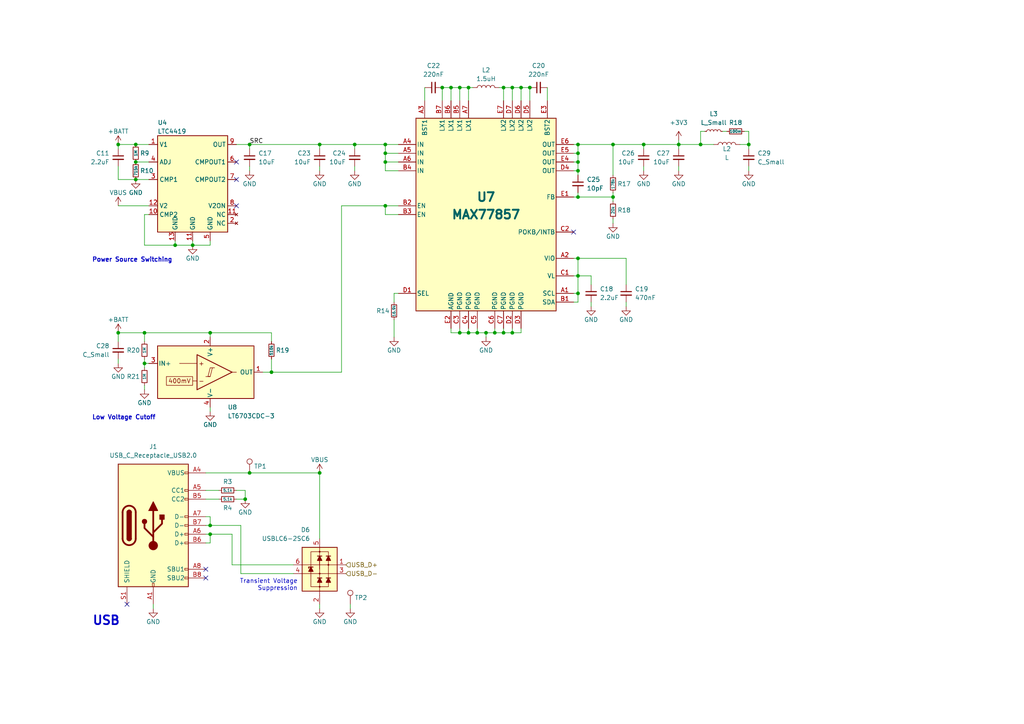
<source format=kicad_sch>
(kicad_sch (version 20230121) (generator eeschema)
  (paper "A4")
  (title_block (title "Terminator Power System") (date "2023-08-02") (rev "T100") (company "BPP"))
  (lib_symbols
    (symbol "Connector:TestPoint" (pin_numbers hide) (pin_names (offset 0.762) hide)
      (property "Reference" "TP" (at 0 6.858 0))
      (property "Value" "TestPoint" (at 0 5.08 0))
      (symbol "TestPoint_0_1"
        (circle (center 0 3.302) (radius 0.762))
      )
      (symbol "TestPoint_1_1"
        (pin passive line (at 0 0 90) (length 2.54) (name "1") (number "1"))
      )
    )
    (symbol "Connector:USB_C_Receptacle_USB2.0" (pin_names (offset 1.016))
      (property "Reference" "J" (at -10.16 19.05 0))
      (property "Value" "USB_C_Receptacle_USB2.0" (at 19.05 19.05 0))
      (symbol "USB_C_Receptacle_USB2.0_0_0"
        (rectangle (start -0.254 -17.78) (end 0.254 -16.764))
        (rectangle (start 10.16 -14.986) (end 9.144 -15.494))
        (rectangle (start 10.16 -12.446) (end 9.144 -12.954))
        (rectangle (start 10.16 -4.826) (end 9.144 -5.334))
        (rectangle (start 10.16 -2.286) (end 9.144 -2.794))
        (rectangle (start 10.16 0.254) (end 9.144 -0.254))
        (rectangle (start 10.16 2.794) (end 9.144 2.286))
        (rectangle (start 10.16 7.874) (end 9.144 7.366))
        (rectangle (start 10.16 10.414) (end 9.144 9.906))
        (rectangle (start 10.16 15.494) (end 9.144 14.986))
      )
      (symbol "USB_C_Receptacle_USB2.0_0_1"
        (rectangle (start -10.16 17.78) (end 10.16 -17.78) (stroke (width 0.254)) (fill (type background)))
        (arc (start -8.89 -3.81) (mid -6.985 -5.7067) (end -5.08 -3.81) (stroke (width 0.508)))
        (arc (start -7.62 -3.81) (mid -6.985 -4.4423) (end -6.35 -3.81) (stroke (width 0.254)))
        (arc (start -7.62 -3.81) (mid -6.985 -4.4423) (end -6.35 -3.81) (stroke (width 0.254)) (fill (type outline)))
        (rectangle (start -7.62 -3.81) (end -6.35 3.81) (stroke (width 0.254)) (fill (type outline)))
        (arc (start -6.35 3.81) (mid -6.985 4.4423) (end -7.62 3.81) (stroke (width 0.254)))
        (arc (start -6.35 3.81) (mid -6.985 4.4423) (end -7.62 3.81) (stroke (width 0.254)) (fill (type outline)))
        (arc (start -5.08 3.81) (mid -6.985 5.7067) (end -8.89 3.81) (stroke (width 0.508)))
        (circle (center -2.54 1.143) (radius 0.635) (stroke (width 0.254)) (fill (type outline)))
        (circle (center 0 -5.842) (radius 1.27) (fill (type outline)))
        (polyline (pts (xy -8.89 -3.81) (xy -8.89 3.81)) (stroke (width 0.508)))
        (polyline (pts (xy -5.08 3.81) (xy -5.08 -3.81)) (stroke (width 0.508)))
        (polyline (pts (xy 0 -5.842) (xy 0 4.318)) (stroke (width 0.508)))
        (polyline (pts (xy 0 -3.302) (xy -2.54 -0.762) (xy -2.54 0.508)) (stroke (width 0.508)))
        (polyline (pts (xy 0 -2.032) (xy 2.54 0.508) (xy 2.54 1.778)) (stroke (width 0.508)))
        (polyline (pts (xy -1.27 4.318) (xy 0 6.858) (xy 1.27 4.318) (xy -1.27 4.318)) (stroke (width 0.254)) (fill (type outline)))
        (rectangle (start 1.905 1.778) (end 3.175 3.048) (stroke (width 0.254)) (fill (type outline)))
      )
      (symbol "USB_C_Receptacle_USB2.0_1_1"
        (pin passive line (at 0 -22.86 90) (length 5.08) (name "GND") (number "A1"))
        (pin passive line (at 0 -22.86 90) (length 5.08) hide (name "GND") (number "A12"))
        (pin passive line (at 15.24 15.24 180) (length 5.08) (name "VBUS") (number "A4"))
        (pin bidirectional line (at 15.24 10.16 180) (length 5.08) (name "CC1") (number "A5"))
        (pin bidirectional line (at 15.24 -2.54 180) (length 5.08) (name "D+") (number "A6"))
        (pin bidirectional line (at 15.24 2.54 180) (length 5.08) (name "D-") (number "A7"))
        (pin bidirectional line (at 15.24 -12.7 180) (length 5.08) (name "SBU1") (number "A8"))
        (pin passive line (at 15.24 15.24 180) (length 5.08) hide (name "VBUS") (number "A9"))
        (pin passive line (at 0 -22.86 90) (length 5.08) hide (name "GND") (number "B1"))
        (pin passive line (at 0 -22.86 90) (length 5.08) hide (name "GND") (number "B12"))
        (pin passive line (at 15.24 15.24 180) (length 5.08) hide (name "VBUS") (number "B4"))
        (pin bidirectional line (at 15.24 7.62 180) (length 5.08) (name "CC2") (number "B5"))
        (pin bidirectional line (at 15.24 -5.08 180) (length 5.08) (name "D+") (number "B6"))
        (pin bidirectional line (at 15.24 0 180) (length 5.08) (name "D-") (number "B7"))
        (pin bidirectional line (at 15.24 -15.24 180) (length 5.08) (name "SBU2") (number "B8"))
        (pin passive line (at 15.24 15.24 180) (length 5.08) hide (name "VBUS") (number "B9"))
        (pin passive line (at -7.62 -22.86 90) (length 5.08) (name "SHIELD") (number "S1"))
      )
    )
    (symbol "Device:C_Small" (pin_numbers hide) (pin_names (offset 0.254) hide)
      (property "Reference" "C" (at 0.254 1.778 0))
      (property "Value" "C_Small" (at 0.254 -2.032 0))
      (symbol "C_Small_0_1"
        (polyline (pts (xy -1.524 -0.508) (xy 1.524 -0.508)) (stroke (width 0.3302)))
        (polyline (pts (xy -1.524 0.508) (xy 1.524 0.508)) (stroke (width 0.3048)))
      )
      (symbol "C_Small_1_1"
        (pin passive line (at 0 2.54 270) (length 2.032) (name "~") (number "1"))
        (pin passive line (at 0 -2.54 90) (length 2.032) (name "~") (number "2"))
      )
    )
    (symbol "Device:L" (pin_numbers hide) (pin_names (offset 1.016) hide)
      (property "Reference" "L" (at -1.27 0 90))
      (property "Value" "L" (at 1.905 0 90))
      (symbol "L_0_1"
        (arc (start 0 -2.54) (mid 0.6323 -1.905) (end 0 -1.27))
        (arc (start 0 -1.27) (mid 0.6323 -0.635) (end 0 0))
        (arc (start 0 0) (mid 0.6323 0.635) (end 0 1.27))
        (arc (start 0 1.27) (mid 0.6323 1.905) (end 0 2.54))
      )
      (symbol "L_1_1"
        (pin passive line (at 0 3.81 270) (length 1.27) (name "1") (number "1"))
        (pin passive line (at 0 -3.81 90) (length 1.27) (name "2") (number "2"))
      )
    )
    (symbol "Device:L_Small" (pin_numbers hide) (pin_names (offset 0.254) hide)
      (property "Reference" "L" (at 0.762 1.016 0))
      (property "Value" "L_Small" (at 0.762 -1.016 0))
      (symbol "L_Small_0_1"
        (arc (start 0 -2.032) (mid 0.5058 -1.524) (end 0 -1.016))
        (arc (start 0 -1.016) (mid 0.5058 -0.508) (end 0 0))
        (arc (start 0 0) (mid 0.5058 0.508) (end 0 1.016))
        (arc (start 0 1.016) (mid 0.5058 1.524) (end 0 2.032))
      )
      (symbol "L_Small_1_1"
        (pin passive line (at 0 2.54 270) (length 0.508) (name "~") (number "1"))
        (pin passive line (at 0 -2.54 90) (length 0.508) (name "~") (number "2"))
      )
    )
    (symbol "Device:R_Small" (pin_numbers hide) (pin_names (offset 0.254) hide)
      (property "Reference" "R" (at 0.762 0.508 0))
      (property "Value" "R_Small" (at 0.762 -1.016 0))
      (symbol "R_Small_0_1"
        (rectangle (start -0.762 1.778) (end 0.762 -1.778) (stroke (width 0.2032)))
      )
      (symbol "R_Small_1_1"
        (pin passive line (at 0 2.54 270) (length 0.762) (name "~") (number "1"))
        (pin passive line (at 0 -2.54 90) (length 0.762) (name "~") (number "2"))
      )
    )
    (symbol "Diode_TVS_AKL:USBLC6-2SC6" (pin_names (offset 1.016) hide)
      (property "Reference" "D" (at 6.35 6.35 0))
      (property "Value" "USBLC6-2SC6" (at 6.35 3.81 0))
      (symbol "USBLC6-2SC6_0_1"
        (rectangle (start -5.08 5.08) (end 5.08 -7.62) (stroke (width 0.254)) (fill (type background)))
        (polyline (pts (xy -5.08 -2.54) (xy 5.08 -2.54)))
        (polyline (pts (xy -5.08 0) (xy 5.08 0)))
        (polyline (pts (xy -2.54 -6.35) (xy -2.54 1.27)))
        (polyline (pts (xy -1.905 -3.81) (xy -3.175 -3.81)) (stroke (width 0.254)))
        (polyline (pts (xy -1.905 2.54) (xy -3.175 2.54)) (stroke (width 0.254)))
        (polyline (pts (xy 0 -8.89) (xy 0 -7.62)))
        (polyline (pts (xy 0 -7.62) (xy 0 -6.35)))
        (polyline (pts (xy 0 -1.27) (xy 0 1.27)))
        (polyline (pts (xy 0 1.27) (xy 0 -3.81)))
        (polyline (pts (xy 0 2.54) (xy 0 3.81)))
        (polyline (pts (xy 0 5.08) (xy 0 3.81)))
        (polyline (pts (xy 0.635 -3.81) (xy -0.635 -3.81)) (stroke (width 0.254)))
        (polyline (pts (xy 0.635 2.54) (xy -0.635 2.54)) (stroke (width 0.254)))
        (polyline (pts (xy 3.175 -0.635) (xy 1.905 -0.635)) (stroke (width 0.254)))
        (polyline (pts (xy -2.54 -6.35) (xy -2.54 -6.35) (xy 2.54 -6.35) (xy 2.54 -3.175)))
        (polyline (pts (xy -2.54 -3.81) (xy -1.905 -5.08) (xy -3.175 -5.08) (xy -2.54 -3.81)) (stroke (width 0.254)) (fill (type outline)))
        (polyline (pts (xy -2.54 2.54) (xy -1.905 1.27) (xy -3.175 1.27) (xy -2.54 2.54)) (stroke (width 0.254)) (fill (type outline)))
        (polyline (pts (xy 0 -3.81) (xy 0.635 -5.08) (xy -0.635 -5.08) (xy 0 -3.81)) (stroke (width 0.254)) (fill (type outline)))
        (polyline (pts (xy 0 2.54) (xy 0.635 1.27) (xy -0.635 1.27) (xy 0 2.54)) (stroke (width 0.254)) (fill (type outline)))
        (polyline (pts (xy 2.54 -0.635) (xy 2.54 3.81) (xy -2.54 3.81) (xy -2.54 2.54)))
        (polyline (pts (xy 2.54 -0.635) (xy 3.175 -1.905) (xy 1.905 -1.905) (xy 2.54 -0.635)) (stroke (width 0.254)) (fill (type outline)))
      )
      (symbol "USBLC6-2SC6_1_1"
        (circle (center -2.54 0) (radius 0.1778) (fill (type outline)))
        (circle (center 0 -6.35) (radius 0.1778) (fill (type outline)))
        (circle (center 0 -2.54) (radius 0.1778) (fill (type outline)))
        (polyline (pts (xy 0 -6.35) (xy 0 -3.81)))
        (polyline (pts (xy 0 0) (xy 0 2.54)))
        (polyline (pts (xy 2.54 -3.175) (xy 2.54 -0.635)))
        (polyline (pts (xy 3.175 -0.635) (xy 3.175 -1.016)) (stroke (width 0.254)))
        (circle (center 0 3.81) (radius 0.1778) (fill (type outline)))
        (pin passive line (at -7.62 0 0) (length 2.54) (name "L1") (number "1"))
        (pin passive line (at 0 -11.43 90) (length 2.54) (name "VN") (number "2"))
        (pin passive line (at -7.62 -2.54 0) (length 2.54) (name "L2") (number "3"))
        (pin passive line (at 7.62 -2.54 180) (length 2.54) (name "L2") (number "4"))
        (pin passive line (at 0 7.62 270) (length 2.54) (name "VP") (number "5"))
        (pin passive line (at 7.62 0 180) (length 2.54) (name "L1") (number "6"))
      )
    )
    (symbol "GND_1" (power) (pin_names (offset 0))
      (property "Value" "GND_1" (at 0 -3.81 0))
      (symbol "GND_1_0_1"
        (polyline (pts (xy 0 0) (xy 0 -1.27) (xy 1.27 -1.27) (xy 0 -2.54) (xy -1.27 -1.27) (xy 0 -1.27)))
      )
      (symbol "GND_1_1_1"
        (pin power_in line (at 0 0 270) (length 0) hide (name "GND") (number "1"))
      )
    )
    (symbol "GND_10" (power) (pin_names (offset 0))
      (property "Value" "GND_10" (at 0 -3.81 0))
      (symbol "GND_10_0_1"
        (polyline (pts (xy 0 0) (xy 0 -1.27) (xy 1.27 -1.27) (xy 0 -2.54) (xy -1.27 -1.27) (xy 0 -1.27)))
      )
      (symbol "GND_10_1_1"
        (pin power_in line (at 0 0 270) (length 0) hide (name "GND") (number "1"))
      )
    )
    (symbol "GND_11" (power) (pin_names (offset 0))
      (property "Value" "GND_11" (at 0 -3.81 0))
      (symbol "GND_11_0_1"
        (polyline (pts (xy 0 0) (xy 0 -1.27) (xy 1.27 -1.27) (xy 0 -2.54) (xy -1.27 -1.27) (xy 0 -1.27)))
      )
      (symbol "GND_11_1_1"
        (pin power_in line (at 0 0 270) (length 0) hide (name "GND") (number "1"))
      )
    )
    (symbol "GND_12" (power) (pin_names (offset 0))
      (property "Value" "GND_12" (at 0 -3.81 0))
      (symbol "GND_12_0_1"
        (polyline (pts (xy 0 0) (xy 0 -1.27) (xy 1.27 -1.27) (xy 0 -2.54) (xy -1.27 -1.27) (xy 0 -1.27)))
      )
      (symbol "GND_12_1_1"
        (pin power_in line (at 0 0 270) (length 0) hide (name "GND") (number "1"))
      )
    )
    (symbol "GND_4" (power) (pin_names (offset 0))
      (property "Value" "GND_4" (at 0 -3.81 0))
      (symbol "GND_4_0_1"
        (polyline (pts (xy 0 0) (xy 0 -1.27) (xy 1.27 -1.27) (xy 0 -2.54) (xy -1.27 -1.27) (xy 0 -1.27)))
      )
      (symbol "GND_4_1_1"
        (pin power_in line (at 0 0 270) (length 0) hide (name "GND") (number "1"))
      )
    )
    (symbol "GND_5" (power) (pin_names (offset 0))
      (property "Value" "GND_5" (at 0 -3.81 0))
      (symbol "GND_5_0_1"
        (polyline (pts (xy 0 0) (xy 0 -1.27) (xy 1.27 -1.27) (xy 0 -2.54) (xy -1.27 -1.27) (xy 0 -1.27)))
      )
      (symbol "GND_5_1_1"
        (pin power_in line (at 0 0 270) (length 0) hide (name "GND") (number "1"))
      )
    )
    (symbol "GND_6" (power) (pin_names (offset 0))
      (property "Value" "GND_6" (at 0 -3.81 0))
      (symbol "GND_6_0_1"
        (polyline (pts (xy 0 0) (xy 0 -1.27) (xy 1.27 -1.27) (xy 0 -2.54) (xy -1.27 -1.27) (xy 0 -1.27)))
      )
      (symbol "GND_6_1_1"
        (pin power_in line (at 0 0 270) (length 0) hide (name "GND") (number "1"))
      )
    )
    (symbol "GND_7" (power) (pin_names (offset 0))
      (property "Value" "GND_7" (at 0 -3.81 0))
      (symbol "GND_7_0_1"
        (polyline (pts (xy 0 0) (xy 0 -1.27) (xy 1.27 -1.27) (xy 0 -2.54) (xy -1.27 -1.27) (xy 0 -1.27)))
      )
      (symbol "GND_7_1_1"
        (pin power_in line (at 0 0 270) (length 0) hide (name "GND") (number "1"))
      )
    )
    (symbol "GND_8" (power) (pin_names (offset 0))
      (property "Value" "GND_8" (at 0 -3.81 0))
      (symbol "GND_8_0_1"
        (polyline (pts (xy 0 0) (xy 0 -1.27) (xy 1.27 -1.27) (xy 0 -2.54) (xy -1.27 -1.27) (xy 0 -1.27)))
      )
      (symbol "GND_8_1_1"
        (pin power_in line (at 0 0 270) (length 0) hide (name "GND") (number "1"))
      )
    )
    (symbol "GND_9" (power) (pin_names (offset 0))
      (property "Value" "GND_9" (at 0 -3.81 0))
      (symbol "GND_9_0_1"
        (polyline (pts (xy 0 0) (xy 0 -1.27) (xy 1.27 -1.27) (xy 0 -2.54) (xy -1.27 -1.27) (xy 0 -1.27)))
      )
      (symbol "GND_9_1_1"
        (pin power_in line (at 0 0 270) (length 0) hide (name "GND") (number "1"))
      )
    )
    (symbol "PCM_Analog_Comparator_AKL:LT6703CDC-3" (pin_names (offset 0.254))
      (property "Reference" "U8" (at 5.08 12.7 0))
      (property "Value" "LT6703CDC-3" (at 5.08 10.16 0))
      (symbol "LT6703CDC-3_0_0"
        (polyline (pts (xy -1.27 -1.27) (xy 0 -1.27)) (stroke (width 0.1524)))
        (polyline (pts (xy 0 1.27) (xy 1.27 1.27)) (stroke (width 0.1524)))
        (polyline (pts (xy 6.35 0) (xy -3.81 -5.08)) (stroke (width 0.254)))
        (polyline (pts (xy 6.35 0) (xy -3.81 5.08) (xy -3.81 -5.08)) (stroke (width 0.254)) (fill (type background)))
        (polyline (pts (xy 0 1.27) (xy -0.635 -1.27) (xy 0 -1.27) (xy 0.635 1.27)) (stroke (width 0.1524)))
        (text "+" (at -2.54 2.54 0) (effects (font (size 1.27 1.27))))
        (text "-" (at -2.54 -2.54 0) (effects (font (size 1.27 1.27))))
      )
      (symbol "LT6703CDC-3_0_1"
        (polyline (pts (xy -3.81 -2.54) (xy -5.08 -2.54)))
        (polyline (pts (xy -3.81 2.54) (xy -8.89 2.54)))
        (polyline (pts (xy 6.35 0) (xy 7.62 0)))
      )
      (symbol "LT6703CDC-3_1_0"
        (rectangle (start -15.24 7.62) (end 12.7 -7.62) (stroke (width 0.254)) (fill (type background)))
        (rectangle (start -12.7 -1.27) (end -5.08 -3.81) (stroke (width 0.1524)))
        (text "400mV" (at -8.89 -2.54 0) (effects (font (size 1.27 1.27))))
      )
      (symbol "LT6703CDC-3_1_1"
        (pin output line (at 15.24 0 180) (length 2.54) (name "OUT") (number "1"))
        (pin power_in line (at 0 10.16 270) (length 2.54) (name "V+") (number "2"))
        (pin input line (at -17.78 2.54 0) (length 2.54) (name "IN+") (number "3"))
        (pin power_in line (at 0 -10.16 90) (length 2.54) (name "V-") (number "4"))
      )
    )
    (symbol "Power_Management:LTC4419"
      (property "Reference" "U8" (at 0 25.4 0))
      (property "Value" "LTC4419" (at 0 22.86 0))
      (symbol "LTC4419_0_1"
        (rectangle (start -10.16 20.32) (end 10.16 -7.62) (stroke (width 0.254)) (fill (type background)))
      )
      (symbol "LTC4419_1_1"
        (pin input line (at -12.7 17.78 0) (length 2.54) (name "V1") (number "1"))
        (pin input line (at -12.7 -2.54 0) (length 2.54) (name "CMP2") (number "10"))
        (pin input line (at 0 -10.16 90) (length 2.54) (name "GND") (number "11"))
        (pin no_connect line (at 12.7 -2.54 180) (length 2.54) (name "NC") (number "11"))
        (pin input line (at -12.7 0 0) (length 2.54) (name "V2") (number "12"))
        (pin input line (at -5.08 -10.16 90) (length 2.54) (name "GND") (number "13"))
        (pin no_connect line (at 12.7 -5.08 180) (length 2.54) (name "NC") (number "2"))
        (pin input line (at -12.7 7.62 0) (length 2.54) (name "CMP1") (number "3"))
        (pin input line (at -12.7 12.7 0) (length 2.54) (name "ADJ") (number "4"))
        (pin input line (at 5.08 -10.16 90) (length 2.54) (name "GND") (number "5"))
        (pin input line (at 12.7 12.7 180) (length 2.54) (name "CMPOUT1") (number "6"))
        (pin input line (at 12.7 7.62 180) (length 2.54) (name "CMPOUT2") (number "7"))
        (pin input line (at 12.7 0 180) (length 2.54) (name "V2ON") (number "8"))
        (pin input line (at 12.7 17.78 180) (length 2.54) (name "OUT") (number "9"))
      )
    )
    (symbol "Power_Management:MAX77857BEWB+" (pin_names (offset 0.254))
      (property "Reference" "U7" (at 0 5.08 0))
      (property "Value" "MAX77857" (at 0 0 0))
      (symbol "MAX77857BEWB+_1_1"
        (rectangle (start -20.32 27.94) (end 20.32 -27.94) (stroke (width 0.254)) (fill (type background)))
        (pin input line (at 25.4 -22.86 180) (length 5.08) (name "SCL") (number "A1"))
        (pin input line (at 25.4 -12.7 180) (length 5.08) (name "VIO") (number "A2"))
        (pin unspecified line (at -17.78 33.02 270) (length 5.08) (name "BST1") (number "A3"))
        (pin input line (at -25.4 20.32 0) (length 5.08) (name "IN") (number "A4"))
        (pin input line (at -25.4 17.78 0) (length 5.08) (name "IN") (number "A5"))
        (pin input line (at -25.4 15.24 0) (length 5.08) (name "IN") (number "A6"))
        (pin power_in line (at -5.08 33.02 270) (length 5.08) (name "LX1") (number "A7"))
        (pin bidirectional line (at 25.4 -25.4 180) (length 5.08) (name "SDA") (number "B1"))
        (pin input line (at -25.4 2.54 0) (length 5.08) (name "EN") (number "B2"))
        (pin input line (at -25.4 0 0) (length 5.08) (name "EN") (number "B3"))
        (pin input line (at -25.4 12.7 0) (length 5.08) (name "IN") (number "B4"))
        (pin power_in line (at -7.62 33.02 270) (length 5.08) (name "LX1") (number "B5"))
        (pin power_in line (at -10.16 33.02 270) (length 5.08) (name "LX1") (number "B6"))
        (pin power_in line (at -12.7 33.02 270) (length 5.08) (name "LX1") (number "B7"))
        (pin unspecified line (at 25.4 -17.78 180) (length 5.08) (name "VL") (number "C1"))
        (pin output line (at 25.4 -5.08 180) (length 5.08) (name "POKB/INTB") (number "C2"))
        (pin power_in line (at -7.62 -33.02 90) (length 5.08) (name "PGND") (number "C3"))
        (pin power_in line (at -5.08 -33.02 90) (length 5.08) (name "PGND") (number "C4"))
        (pin power_in line (at -2.54 -33.02 90) (length 5.08) (name "PGND") (number "C5"))
        (pin power_in line (at 2.54 -33.02 90) (length 5.08) (name "PGND") (number "C6"))
        (pin power_in line (at 5.08 -33.02 90) (length 5.08) (name "PGND") (number "C7"))
        (pin unspecified line (at -25.4 -22.86 0) (length 5.08) (name "SEL") (number "D1"))
        (pin power_in line (at 7.62 -33.02 90) (length 5.08) (name "PGND") (number "D2"))
        (pin power_in line (at 10.16 -33.02 90) (length 5.08) (name "PGND") (number "D3"))
        (pin output line (at 25.4 12.7 180) (length 5.08) (name "OUT") (number "D4"))
        (pin power_in line (at 12.7 33.02 270) (length 5.08) (name "LX2") (number "D5"))
        (pin power_in line (at 10.16 33.02 270) (length 5.08) (name "LX2") (number "D6"))
        (pin power_in line (at 7.62 33.02 270) (length 5.08) (name "LX2") (number "D7"))
        (pin unspecified line (at 25.4 5.08 180) (length 5.08) (name "FB") (number "E1"))
        (pin power_in line (at -10.16 -33.02 90) (length 5.08) (name "AGND") (number "E2"))
        (pin input line (at 17.78 33.02 270) (length 5.08) (name "BST2") (number "E3"))
        (pin output line (at 25.4 15.24 180) (length 5.08) (name "OUT") (number "E4"))
        (pin output line (at 25.4 17.78 180) (length 5.08) (name "OUT") (number "E5"))
        (pin output line (at 25.4 20.32 180) (length 5.08) (name "OUT") (number "E6"))
        (pin power_in line (at 5.08 33.02 270) (length 5.08) (name "LX2") (number "E7"))
      )
    )
    (symbol "power:+3V3" (power) (pin_names (offset 0))
      (property "Value" "+3V3" (at 0 3.556 0))
      (symbol "+3V3_0_1"
        (polyline (pts (xy -0.762 1.27) (xy 0 2.54)))
        (polyline (pts (xy 0 0) (xy 0 2.54)))
        (polyline (pts (xy 0 2.54) (xy 0.762 1.27)))
      )
      (symbol "+3V3_1_1"
        (pin power_in line (at 0 0 90) (length 0) hide (name "+3V3") (number "1"))
      )
    )
    (symbol "power:+BATT" (power) (pin_names (offset 0))
      (property "Value" "+BATT" (at 0 3.556 0))
      (symbol "+BATT_0_1"
        (polyline (pts (xy -0.762 1.27) (xy 0 2.54)))
        (polyline (pts (xy 0 0) (xy 0 2.54)))
        (polyline (pts (xy 0 2.54) (xy 0.762 1.27)))
      )
      (symbol "+BATT_1_1"
        (pin power_in line (at 0 0 90) (length 0) hide (name "+BATT") (number "1"))
      )
    )
    (symbol "power:GND" (power) (pin_names (offset 0))
      (property "Value" "GND" (at 0 -3.81 0))
      (symbol "GND_0_1"
        (polyline (pts (xy 0 0) (xy 0 -1.27) (xy 1.27 -1.27) (xy 0 -2.54) (xy -1.27 -1.27) (xy 0 -1.27)))
      )
      (symbol "GND_1_1"
        (pin power_in line (at 0 0 270) (length 0) hide (name "GND") (number "1"))
      )
    )
    (symbol "power:VBUS" (power) (pin_names (offset 0))
      (property "Value" "VBUS" (at 0 3.81 0))
      (symbol "VBUS_0_1"
        (polyline (pts (xy -0.762 1.27) (xy 0 2.54)))
        (polyline (pts (xy 0 0) (xy 0 2.54)))
        (polyline (pts (xy 0 2.54) (xy 0.762 1.27)))
      )
      (symbol "VBUS_1_1"
        (pin power_in line (at 0 0 90) (length 0) hide (name "VBUS") (number "1"))
      )
    )
  )
  (junction (at 186.69 41.91))
  (junction (at 196.85 41.91))
  (junction (at 167.64 57.15))
  (junction (at 203.2 41.91))
  (junction (at 50.8 71.12))
  (junction (at 146.05 96.52))
  (junction (at 55.88 71.12))
  (junction (at 71.12 144.78))
  (junction (at 167.64 80.01))
  (junction (at 167.64 49.53))
  (junction (at 167.64 74.93))
  (junction (at 167.64 85.09))
  (junction (at 128.27 25.4))
  (junction (at 92.71 41.91))
  (junction (at 41.91 105.41))
  (junction (at 217.17 41.91))
  (junction (at 39.37 46.99))
  (junction (at 151.13 25.4))
  (junction (at 148.59 25.4))
  (junction (at 72.39 41.91))
  (junction (at 41.91 96.52))
  (junction (at 92.71 137.16))
  (junction (at 167.64 46.99))
  (junction (at 148.59 96.52))
  (junction (at 60.96 154.94))
  (junction (at 153.67 25.4))
  (junction (at 135.89 96.52))
  (junction (at 143.51 96.52))
  (junction (at 177.8 41.91))
  (junction (at 140.97 96.52))
  (junction (at 72.39 137.16))
  (junction (at 111.76 41.91))
  (junction (at 39.37 52.07))
  (junction (at 111.76 46.99))
  (junction (at 130.81 25.4))
  (junction (at 167.64 44.45))
  (junction (at 34.29 96.52))
  (junction (at 133.35 25.4))
  (junction (at 60.96 152.4))
  (junction (at 34.29 41.91))
  (junction (at 39.37 41.91))
  (junction (at 60.96 96.52))
  (junction (at 146.05 25.4))
  (junction (at 111.76 59.69))
  (junction (at 111.76 44.45))
  (junction (at 177.8 57.15))
  (junction (at 133.35 96.52))
  (junction (at 135.89 25.4))
  (junction (at 138.43 96.52))
  (junction (at 102.87 41.91))
  (junction (at 167.64 41.91))
  (junction (at 78.74 107.95))
  (no_connect (at 36.83 175.26))
  (no_connect (at 59.69 165.1))
  (no_connect (at 68.58 46.99))
  (no_connect (at 68.58 59.69))
  (no_connect (at 166.37 67.31))
  (no_connect (at 68.58 52.07))
  (no_connect (at 59.69 167.64))
  (wire (pts (xy 167.64 50.8) (xy 167.64 49.53)))
  (wire (pts (xy 140.97 97.79) (xy 140.97 96.52)))
  (wire (pts (xy 111.76 49.53) (xy 111.76 46.99)))
  (wire (pts (xy 115.57 62.23) (xy 111.76 62.23)))
  (wire (pts (xy 167.64 46.99) (xy 166.37 46.99)))
  (wire (pts (xy 111.76 49.53) (xy 115.57 49.53)))
  (wire (pts (xy 71.12 142.24) (xy 68.58 142.24)))
  (wire (pts (xy 92.71 175.26) (xy 92.71 176.53)))
  (wire (pts (xy 44.45 175.26) (xy 44.45 176.53)))
  (wire (pts (xy 217.17 41.91) (xy 217.17 43.18)))
  (wire (pts (xy 99.06 59.69) (xy 111.76 59.69)))
  (wire (pts (xy 111.76 41.91) (xy 115.57 41.91)))
  (wire (pts (xy 60.96 152.4) (xy 69.85 152.4)))
  (wire (pts (xy 41.91 62.23) (xy 41.91 71.12)))
  (wire (pts (xy 92.71 43.18) (xy 92.71 41.91)))
  (wire (pts (xy 71.12 144.78) (xy 71.12 142.24)))
  (wire (pts (xy 167.64 80.01) (xy 171.45 80.01)))
  (wire (pts (xy 59.69 144.78) (xy 63.5 144.78)))
  (wire (pts (xy 143.51 96.52) (xy 146.05 96.52)))
  (wire (pts (xy 41.91 99.06) (xy 41.91 96.52)))
  (wire (pts (xy 102.87 48.26) (xy 102.87 49.53)))
  (wire (pts (xy 151.13 25.4) (xy 153.67 25.4)))
  (wire (pts (xy 214.63 41.91) (xy 217.17 41.91)))
  (wire (pts (xy 130.81 96.52) (xy 130.81 95.25)))
  (wire (pts (xy 60.96 149.86) (xy 60.96 152.4)))
  (wire (pts (xy 102.87 43.18) (xy 102.87 41.91)))
  (wire (pts (xy 39.37 52.07) (xy 43.18 52.07)))
  (wire (pts (xy 68.58 144.78) (xy 71.12 144.78)))
  (wire (pts (xy 67.31 163.83) (xy 85.09 163.83)))
  (wire (pts (xy 167.64 49.53) (xy 167.64 46.99)))
  (wire (pts (xy 76.2 107.95) (xy 78.74 107.95)))
  (wire (pts (xy 92.71 137.16) (xy 92.71 156.21)))
  (wire (pts (xy 166.37 57.15) (xy 167.64 57.15)))
  (wire (pts (xy 34.29 104.14) (xy 34.29 105.41)))
  (wire (pts (xy 146.05 96.52) (xy 146.05 95.25)))
  (wire (pts (xy 181.61 87.63) (xy 181.61 88.9)))
  (wire (pts (xy 72.39 41.91) (xy 72.39 43.18)))
  (wire (pts (xy 196.85 43.18) (xy 196.85 41.91)))
  (wire (pts (xy 34.29 59.69) (xy 43.18 59.69)))
  (wire (pts (xy 41.91 104.14) (xy 41.91 105.41)))
  (wire (pts (xy 177.8 50.8) (xy 177.8 41.91)))
  (wire (pts (xy 69.85 166.37) (xy 85.09 166.37)))
  (wire (pts (xy 137.16 25.4) (xy 135.89 25.4)))
  (wire (pts (xy 135.89 96.52) (xy 133.35 96.52)))
  (wire (pts (xy 59.69 137.16) (xy 72.39 137.16)))
  (wire (pts (xy 153.67 25.4) (xy 153.67 29.21)))
  (wire (pts (xy 41.91 71.12) (xy 50.8 71.12)))
  (wire (pts (xy 111.76 59.69) (xy 115.57 59.69)))
  (wire (pts (xy 92.71 41.91) (xy 102.87 41.91)))
  (wire (pts (xy 59.69 149.86) (xy 60.96 149.86)))
  (wire (pts (xy 166.37 44.45) (xy 167.64 44.45)))
  (wire (pts (xy 102.87 41.91) (xy 111.76 41.91)))
  (wire (pts (xy 60.96 96.52) (xy 78.74 96.52)))
  (wire (pts (xy 181.61 74.93) (xy 167.64 74.93)))
  (wire (pts (xy 59.69 142.24) (xy 63.5 142.24)))
  (wire (pts (xy 41.91 111.76) (xy 41.91 113.03)))
  (wire (pts (xy 41.91 106.68) (xy 41.91 105.41)))
  (wire (pts (xy 177.8 57.15) (xy 177.8 55.88)))
  (wire (pts (xy 60.96 154.94) (xy 60.96 157.48)))
  (wire (pts (xy 148.59 96.52) (xy 151.13 96.52)))
  (wire (pts (xy 92.71 48.26) (xy 92.71 49.53)))
  (wire (pts (xy 177.8 41.91) (xy 167.64 41.91)))
  (wire (pts (xy 140.97 96.52) (xy 138.43 96.52)))
  (wire (pts (xy 50.8 69.85) (xy 50.8 71.12)))
  (wire (pts (xy 148.59 25.4) (xy 151.13 25.4)))
  (wire (pts (xy 167.64 80.01) (xy 167.64 85.09)))
  (wire (pts (xy 114.3 87.63) (xy 114.3 85.09)))
  (wire (pts (xy 111.76 46.99) (xy 111.76 44.45)))
  (wire (pts (xy 130.81 29.21) (xy 130.81 25.4)))
  (wire (pts (xy 217.17 48.26) (xy 217.17 49.53)))
  (wire (pts (xy 133.35 96.52) (xy 130.81 96.52)))
  (wire (pts (xy 34.29 41.91) (xy 34.29 43.18)))
  (wire (pts (xy 72.39 41.91) (xy 92.71 41.91)))
  (wire (pts (xy 177.8 57.15) (xy 177.8 58.42)))
  (wire (pts (xy 177.8 41.91) (xy 186.69 41.91)))
  (wire (pts (xy 60.96 152.4) (xy 59.69 152.4)))
  (wire (pts (xy 41.91 105.41) (xy 43.18 105.41)))
  (wire (pts (xy 166.37 80.01) (xy 167.64 80.01)))
  (wire (pts (xy 167.64 41.91) (xy 167.64 44.45)))
  (wire (pts (xy 203.2 38.1) (xy 203.2 41.91)))
  (wire (pts (xy 186.69 41.91) (xy 196.85 41.91)))
  (wire (pts (xy 133.35 25.4) (xy 133.35 29.21)))
  (wire (pts (xy 128.27 25.4) (xy 130.81 25.4)))
  (wire (pts (xy 111.76 44.45) (xy 111.76 41.91)))
  (wire (pts (xy 167.64 74.93) (xy 167.64 80.01)))
  (wire (pts (xy 111.76 44.45) (xy 115.57 44.45)))
  (wire (pts (xy 138.43 96.52) (xy 135.89 96.52)))
  (wire (pts (xy 148.59 25.4) (xy 148.59 29.21)))
  (wire (pts (xy 78.74 104.14) (xy 78.74 107.95)))
  (wire (pts (xy 148.59 96.52) (xy 148.59 95.25)))
  (wire (pts (xy 167.64 85.09) (xy 167.64 87.63)))
  (wire (pts (xy 138.43 96.52) (xy 138.43 95.25)))
  (wire (pts (xy 135.89 96.52) (xy 135.89 95.25)))
  (wire (pts (xy 72.39 137.16) (xy 92.71 137.16)))
  (wire (pts (xy 166.37 41.91) (xy 167.64 41.91)))
  (wire (pts (xy 167.64 87.63) (xy 166.37 87.63)))
  (wire (pts (xy 55.88 71.12) (xy 60.96 71.12)))
  (wire (pts (xy 144.78 25.4) (xy 146.05 25.4)))
  (wire (pts (xy 171.45 82.55) (xy 171.45 80.01)))
  (wire (pts (xy 128.27 29.21) (xy 128.27 25.4)))
  (wire (pts (xy 39.37 46.99) (xy 43.18 46.99)))
  (wire (pts (xy 133.35 96.52) (xy 133.35 95.25)))
  (wire (pts (xy 99.06 107.95) (xy 99.06 59.69)))
  (wire (pts (xy 167.64 57.15) (xy 177.8 57.15)))
  (wire (pts (xy 135.89 25.4) (xy 133.35 25.4)))
  (wire (pts (xy 34.29 41.91) (xy 39.37 41.91)))
  (wire (pts (xy 166.37 74.93) (xy 167.64 74.93)))
  (wire (pts (xy 186.69 43.18) (xy 186.69 41.91)))
  (wire (pts (xy 114.3 85.09) (xy 115.57 85.09)))
  (wire (pts (xy 72.39 48.26) (xy 72.39 49.53)))
  (wire (pts (xy 181.61 82.55) (xy 181.61 74.93)))
  (wire (pts (xy 41.91 96.52) (xy 60.96 96.52)))
  (wire (pts (xy 203.2 38.1) (xy 204.47 38.1)))
  (wire (pts (xy 196.85 41.91) (xy 203.2 41.91)))
  (wire (pts (xy 177.8 63.5) (xy 177.8 64.77)))
  (wire (pts (xy 209.55 38.1) (xy 210.82 38.1)))
  (wire (pts (xy 217.17 38.1) (xy 217.17 41.91)))
  (wire (pts (xy 60.96 118.11) (xy 60.96 119.38)))
  (wire (pts (xy 196.85 48.26) (xy 196.85 49.53)))
  (wire (pts (xy 171.45 87.63) (xy 171.45 88.9)))
  (wire (pts (xy 167.64 49.53) (xy 166.37 49.53)))
  (wire (pts (xy 68.58 41.91) (xy 72.39 41.91)))
  (wire (pts (xy 143.51 95.25) (xy 143.51 96.52)))
  (wire (pts (xy 34.29 96.52) (xy 41.91 96.52)))
  (wire (pts (xy 123.19 25.4) (xy 123.19 29.21)))
  (wire (pts (xy 167.64 85.09) (xy 166.37 85.09)))
  (wire (pts (xy 151.13 96.52) (xy 151.13 95.25)))
  (wire (pts (xy 39.37 41.91) (xy 43.18 41.91)))
  (wire (pts (xy 167.64 44.45) (xy 167.64 46.99)))
  (wire (pts (xy 151.13 25.4) (xy 151.13 29.21)))
  (wire (pts (xy 146.05 25.4) (xy 148.59 25.4)))
  (wire (pts (xy 111.76 59.69) (xy 111.76 62.23)))
  (wire (pts (xy 158.75 25.4) (xy 158.75 29.21)))
  (wire (pts (xy 41.91 62.23) (xy 43.18 62.23)))
  (wire (pts (xy 69.85 152.4) (xy 69.85 166.37)))
  (wire (pts (xy 34.29 99.06) (xy 34.29 96.52)))
  (wire (pts (xy 215.9 38.1) (xy 217.17 38.1)))
  (wire (pts (xy 60.96 157.48) (xy 59.69 157.48)))
  (wire (pts (xy 140.97 96.52) (xy 143.51 96.52)))
  (wire (pts (xy 167.64 57.15) (xy 167.64 55.88)))
  (wire (pts (xy 203.2 41.91) (xy 207.01 41.91)))
  (wire (pts (xy 34.29 48.26) (xy 34.29 52.07)))
  (wire (pts (xy 59.69 154.94) (xy 60.96 154.94)))
  (wire (pts (xy 34.29 52.07) (xy 39.37 52.07)))
  (wire (pts (xy 146.05 96.52) (xy 148.59 96.52)))
  (wire (pts (xy 186.69 48.26) (xy 186.69 49.53)))
  (wire (pts (xy 67.31 163.83) (xy 67.31 154.94)))
  (wire (pts (xy 60.96 71.12) (xy 60.96 69.85)))
  (wire (pts (xy 130.81 25.4) (xy 133.35 25.4)))
  (wire (pts (xy 146.05 25.4) (xy 146.05 29.21)))
  (wire (pts (xy 101.6 175.26) (xy 101.6 176.53)))
  (wire (pts (xy 50.8 71.12) (xy 55.88 71.12)))
  (wire (pts (xy 60.96 154.94) (xy 67.31 154.94)))
  (wire (pts (xy 60.96 97.79) (xy 60.96 96.52)))
  (wire (pts (xy 114.3 92.71) (xy 114.3 97.79)))
  (wire (pts (xy 78.74 96.52) (xy 78.74 99.06)))
  (wire (pts (xy 111.76 46.99) (xy 115.57 46.99)))
  (wire (pts (xy 135.89 25.4) (xy 135.89 29.21)))
  (wire (pts (xy 196.85 41.91) (xy 196.85 40.64)))
  (wire (pts (xy 78.74 107.95) (xy 99.06 107.95)))
  (wire (pts (xy 55.88 69.85) (xy 55.88 71.12)))
  (text "Low Voltage Cutoff" (at 26.67 121.92 0) (effects (font (size 1.27 1.27) (thickness 0.254) bold) (justify left bottom)))
  (text "Transient Voltage\nSuppression" (at 86.36 171.45 0) (effects (font (size 1.27 1.27)) (justify right bottom)))
  (text "USB" (at 26.67 181.61 0) (effects (font (size 2.54 2.54) (thickness 0.508) bold) (justify left bottom)))
  (text "Power Source Switching" (at 26.67 76.2 0) (effects (font (size 1.27 1.27) (thickness 0.254) bold) (justify left bottom)))
  (label "SRC" (at 72.39 41.91 0))
  (hierarchical_label "USB_D+" (shape input) (at 100.33 163.83 0))
  (hierarchical_label "USB_D-" (shape input) (at 100.33 166.37 0))
  (symbol (lib_id "Connector:TestPoint") (at 101.6 175.26 0) (unit 1)
    (property "Reference" "TP2" (at 102.87 173.355 0) (effects (justify left)))
    (property "Value" "TestPoint" (effects hide))
    (property "Footprint" "TestPoint:TestPoint_Keystone_5000-5004_Miniature" (effects hide))
    (instances (project "T1000" (path "" (reference "TP2") (unit 1)) (path "" (reference "TP2") (unit 1))) (project "SLAPS_Solar_Harvester" (path "" (reference "TP4") (unit 1))) (project "BPP_Logger" (path "" (reference "TP2") (unit 1))))
  )
  (symbol (lib_id "Device:C_Small") (at 72.39 45.72 0) (unit 1)
    (property "Reference" "C17" (at 74.93 44.4562 0) (effects (justify left)))
    (property "Value" "10uF" (at 74.93 46.9962 0) (effects (justify left)))
    (property "Footprint" "Capacitor_SMD:C_0603_1608Metric_Pad1.08x0.95mm_HandSolder" (effects hide))
    (instances (project "T1000" (path "" (reference "C17") (unit 1)) (path "" (reference "C17") (unit 1))) (project "SLAPS_Solar_Harvester" (path "" (reference "C18") (unit 1))) (project "BPP_Logger" (path "" (reference "C19") (unit 1))))
  )
  (symbol (lib_id "power:VBUS") (at 92.71 137.16 0) (unit 1)
    (property "Reference" "#PWR09" (effects hide))
    (property "Value" "VBUS" (at 92.71 133.35 0))
    (instances (project "T1000" (path "" (reference "#PWR09") (unit 1)) (path "" (reference "#PWR09") (unit 1))) (project "SLAPS_Solar_Harvester" (path "" (reference "#PWR0133") (unit 1))) (project "BPP_Logger" (path "" (reference "#PWR09") (unit 1))))
  )
  (symbol (lib_id "Device:R_Small") (at 39.37 44.45 0) (unit 1)
    (property "Reference" "R9" (at 40.64 44.45 0) (effects (justify left)))
    (property "Value" "1M" (at 39.37 44.45 90) (effects (font (size 0.8 0.8))))
    (property "Footprint" "Resistor_SMD:R_0603_1608Metric_Pad0.98x0.95mm_HandSolder" (effects hide))
  )
  (symbol (lib_id "Connector:TestPoint") (at 72.39 137.16 0) (unit 1)
    (property "Reference" "TP1" (at 73.66 135.255 0) (effects (justify left)))
    (property "Value" "TestPoint" (effects hide))
    (property "Footprint" "TestPoint:TestPoint_Pad_D1.0mm" (effects hide))
  )
  (symbol (lib_id "Device:R_Small") (at 66.04 144.78 90) (unit 1)
    (property "Reference" "R4" (at 66.04 147.32 90))
    (property "Value" "5.1k" (at 66.04 144.78 90) (effects (font (size 0.8 0.8))))
    (property "Footprint" "Resistor_SMD:R_0603_1608Metric_Pad0.98x0.95mm_HandSolder" (effects hide))
    (instances (project "T1000" (path "" (reference "R4") (unit 1)) (path "" (reference "R4") (unit 1))) (project "SLAPS_Solar_Harvester" (path "" (reference "R8") (unit 1))) (project "BPP_Logger" (path "" (reference "R4") (unit 1))))
  )
  (symbol (lib_id "Device:L") (at 210.82 41.91 90) (unit 1)
    (property "Reference" "L2" (at 210.82 43.18 90))
    (property "Value" "L" (at 210.82 45.72 90))
  )
  (symbol (lib_id "Device:C_Small") (at 171.45 85.09 0) (unit 1)
    (property "Reference" "C18" (at 173.99 83.82 0) (effects (justify left)))
    (property "Value" "2.2uF" (at 173.99 86.36 0) (effects (justify left)))
    (instances (project "T1000" (path "" (reference "C18") (unit 1)) (path "" (reference "C25") (unit 1))))
  )
  (symbol (lib_id "Device:C_Small") (at 125.73 25.4 90) (unit 1)
    (property "Reference" "C22" (at 125.7363 19.05 90))
    (property "Value" "220nF" (at 125.7363 21.59 90))
  )
  (symbol (lib_id "Device:R_Small") (at 177.8 53.34 0) (unit 1)
    (property "Reference" "R17" (at 179.07 53.34 0) (effects (justify left)))
    (property "Value" "178k" (at 177.8 53.34 90) (effects (font (size 0.8 0.8))))
    (instances (project "T1000" (path "" (reference "R17") (unit 1)) (path "" (reference "R19") (unit 1))))
  )
  (symbol (lib_name "GND_4") (lib_id "power:GND") (at 140.97 97.79 0) (unit 1)
    (property "Reference" "#PWR034" (effects hide))
    (property "Value" "GND" (at 140.97 101.6 0))
    (instances (project "T1000" (path "" (reference "#PWR034") (unit 1)) (path "" (reference "#PWR043") (unit 1))))
  )
  (symbol (lib_id "Device:C_Small") (at 34.29 101.6 0) (mirror y) (unit 1)
    (property "Reference" "C28" (at 31.75 100.33 0) (effects (justify left)))
    (property "Value" "C_Small" (at 31.75 102.87 0) (effects (justify left)))
    (instances (project "T1000" (path "" (reference "C28") (unit 1)) (path "" (reference "C18") (unit 1))))
  )
  (symbol (lib_id "Device:R_Small") (at 41.91 101.6 0) (mirror y) (unit 1)
    (property "Reference" "R20" (at 40.64 101.6 0) (effects (justify left)))
    (property "Value" "1M" (at 41.91 101.6 90) (effects (font (size 0.8 0.8))))
    (instances (project "T1000" (path "" (reference "R20") (unit 1)) (path "" (reference "R14") (unit 1))))
  )
  (symbol (lib_id "power:GND") (at 101.6 176.53 0) (unit 1)
    (property "Reference" "#PWR011" (effects hide))
    (property "Value" "GND" (at 101.6 180.34 0))
    (instances (project "T1000" (path "" (reference "#PWR011") (unit 1)) (path "" (reference "#PWR011") (unit 1))) (project "SLAPS_Solar_Harvester" (path "" (reference "#PWR0135") (unit 1))) (project "BPP_Logger" (path "" (reference "#PWR011") (unit 1))))
  )
  (symbol (lib_name "GND_5") (lib_id "power:GND") (at 114.3 97.79 0) (unit 1)
    (property "Reference" "#PWR037" (effects hide))
    (property "Value" "GND" (at 114.3 101.6 0))
    (instances (project "T1000" (path "" (reference "#PWR037") (unit 1)) (path "" (reference "#PWR042") (unit 1))))
  )
  (symbol (lib_id "power:GND") (at 55.88 71.12 0) (unit 1)
    (property "Reference" "#PWR022" (effects hide))
    (property "Value" "GND" (at 55.88 74.93 0))
    (instances (project "T1000" (path "" (reference "#PWR022") (unit 1)) (path "" (reference "#PWR022") (unit 1))) (project "SLAPS_Solar_Harvester" (path "" (reference "#PWR0127") (unit 1))) (project "BPP_Logger" (path "" (reference "#PWR024") (unit 1))))
  )
  (symbol (lib_id "power:GND") (at 92.71 176.53 0) (unit 1)
    (property "Reference" "#PWR010" (effects hide))
    (property "Value" "GND" (at 92.71 180.34 0))
    (instances (project "T1000" (path "" (reference "#PWR010") (unit 1)) (path "" (reference "#PWR010") (unit 1))) (project "SLAPS_Solar_Harvester" (path "" (reference "#PWR0134") (unit 1))) (project "BPP_Logger" (path "" (reference "#PWR010") (unit 1))))
  )
  (symbol (lib_id "Device:C_Small") (at 102.87 45.72 0) (mirror y) (unit 1)
    (property "Reference" "C24" (at 100.33 44.45 0) (effects (justify left)))
    (property "Value" "10uF" (at 100.33 46.99 0) (effects (justify left)))
    (instances (project "T1000" (path "" (reference "C24") (unit 1)) (path "" (reference "C20") (unit 1))))
  )
  (symbol (lib_id "Device:R_Small") (at 114.3 90.17 180) (unit 1)
    (property "Reference" "R14" (at 113.03 90.17 0) (effects (justify left)))
    (property "Value" "16.9k" (at 114.3 90.17 90) (effects (font (size 0.8 0.8))))
    (instances (project "T1000" (path "" (reference "R14") (unit 1)) (path "" (reference "R17") (unit 1))))
  )
  (symbol (lib_id "power:VBUS") (at 34.29 59.69 0) (unit 1)
    (property "Reference" "#PWR09" (effects hide))
    (property "Value" "VBUS" (at 34.29 55.88 0))
    (instances (project "T1000" (path "" (reference "#PWR09") (unit 1)) (path "" (reference "#PWR053") (unit 1))) (project "SLAPS_Solar_Harvester" (path "" (reference "#PWR0133") (unit 1))) (project "BPP_Logger" (path "" (reference "#PWR09") (unit 1))))
  )
  (symbol (lib_id "Connector:USB_C_Receptacle_USB2.0") (at 44.45 152.4 0) (unit 1)
    (property "Reference" "J1" (at 44.45 129.54 0))
    (property "Value" "USB_C_Receptacle_USB2.0" (at 44.45 132.08 0))
    (property "Footprint" "Connector_USB:USB_C_Receptacle_GCT_USB4085" (effects hide))
    (property "Datasheet" "https://www.usb.org/sites/default/files/documents/usb_type-c.zip" (effects hide))
  )
  (symbol (lib_id "Diode_TVS_AKL:USBLC6-2SC6") (at 92.71 163.83 0) (mirror y) (unit 1)
    (property "Reference" "D6" (at 89.9413 153.67 0) (effects (justify left)))
    (property "Value" "USBLC6-2SC6" (at 89.9413 156.21 0) (effects (justify left)))
    (property "Footprint" "Package_TO_SOT_SMD_AKL:SOT-23-6" (effects hide))
    (property "Datasheet" "https://www.tme.eu/Document/db59d28d28a96c34f26d05f234ff409c/USBLC6-2.pdf" (effects hide))
    (instances (project "T1000" (path "" (reference "D6") (unit 1)) (path "" (reference "D6") (unit 1))) (project "SLAPS_Solar_Harvester" (path "" (reference "D1") (unit 1))) (project "BPP_Logger" (path "" (reference "D6") (unit 1))))
  )
  (symbol (lib_id "power:GND") (at 72.39 49.53 0) (unit 1)
    (property "Reference" "#PWR027" (effects hide))
    (property "Value" "GND" (at 72.39 53.34 0))
    (instances (project "T1000" (path "" (reference "#PWR027") (unit 1)) (path "" (reference "#PWR027") (unit 1))) (project "SLAPS_Solar_Harvester" (path "" (reference "#PWR0121") (unit 1))) (project "BPP_Logger" (path "" (reference "#PWR029") (unit 1))))
  )
  (symbol (lib_id "Device:R_Small") (at 177.8 60.96 0) (unit 1)
    (property "Reference" "R18" (at 179.07 60.96 0) (effects (justify left)))
    (property "Value" "20k" (at 177.8 60.96 90) (effects (font (size 0.8 0.8))))
    (instances (project "T1000" (path "" (reference "R18") (unit 1)) (path "" (reference "R20") (unit 1))))
  )
  (symbol (lib_name "GND_8") (lib_id "power:GND") (at 186.69 49.53 0) (unit 1)
    (property "Reference" "#PWR043" (effects hide))
    (property "Value" "GND" (at 186.69 53.34 0))
    (instances (project "T1000" (path "" (reference "#PWR043") (unit 1)) (path "" (reference "#PWR047") (unit 1))))
  )
  (symbol (lib_id "Device:R_Small") (at 213.36 38.1 90) (unit 1)
    (property "Reference" "R18" (at 213.36 35.56 90))
    (property "Value" "100m" (at 213.36 38.1 90) (effects (font (size 0.8 0.8))))
  )
  (symbol (lib_id "Device:R_Small") (at 39.37 49.53 0) (unit 1)
    (property "Reference" "R10" (at 40.64 49.53 0) (effects (justify left)))
    (property "Value" "715k" (at 39.37 49.53 90) (effects (font (size 0.8 0.8))))
    (property "Footprint" "Resistor_SMD:R_0603_1608Metric_Pad0.98x0.95mm_HandSolder" (effects hide))
  )
  (symbol (lib_id "power:GND") (at 44.45 176.53 0) (unit 1)
    (property "Reference" "#PWR03" (effects hide))
    (property "Value" "GND" (at 44.45 180.34 0))
    (instances (project "T1000" (path "" (reference "#PWR03") (unit 1)) (path "" (reference "#PWR03") (unit 1))) (project "SLAPS_Solar_Harvester" (path "" (reference "#PWR0136") (unit 1))) (project "BPP_Logger" (path "" (reference "#PWR03") (unit 1))))
  )
  (symbol (lib_name "GND_7") (lib_id "power:GND") (at 196.85 49.53 0) (unit 1)
    (property "Reference" "#PWR044" (effects hide))
    (property "Value" "GND" (at 196.85 53.34 0))
    (instances (project "T1000" (path "" (reference "#PWR044") (unit 1)) (path "" (reference "#PWR049") (unit 1))))
  )
  (symbol (lib_id "Device:C_Small") (at 92.71 45.72 0) (mirror y) (unit 1)
    (property "Reference" "C23" (at 90.17 44.45 0) (effects (justify left)))
    (property "Value" "10uF" (at 90.17 46.99 0) (effects (justify left)))
    (instances (project "T1000" (path "" (reference "C23") (unit 1)) (path "" (reference "C19") (unit 1))))
  )
  (symbol (lib_id "Device:C_Small") (at 186.69 45.72 0) (mirror y) (unit 1)
    (property "Reference" "C26" (at 184.15 44.45 0) (effects (justify left)))
    (property "Value" "10uF" (at 184.15 46.99 0) (effects (justify left)))
    (instances (project "T1000" (path "" (reference "C26") (unit 1)) (path "" (reference "C28") (unit 1))))
  )
  (symbol (lib_name "GND_10") (lib_id "power:GND") (at 60.96 119.38 0) (unit 1)
    (property "Reference" "#PWR046" (effects hide))
    (property "Value" "GND" (at 60.96 123.19 0))
    (instances (project "T1000" (path "" (reference "#PWR046") (unit 1)) (path "" (reference "#PWR039") (unit 1))))
  )
  (symbol (lib_name "GND_6") (lib_id "power:GND") (at 171.45 88.9 0) (unit 1)
    (property "Reference" "#PWR038" (effects hide))
    (property "Value" "GND" (at 171.45 92.71 0))
    (instances (project "T1000" (path "" (reference "#PWR038") (unit 1)) (path "" (reference "#PWR044") (unit 1))))
  )
  (symbol (lib_id "power:GND") (at 71.12 144.78 0) (unit 1)
    (property "Reference" "#PWR07" (effects hide))
    (property "Value" "GND" (at 71.12 148.59 0))
    (instances (project "T1000" (path "" (reference "#PWR07") (unit 1)) (path "" (reference "#PWR07") (unit 1))) (project "SLAPS_Solar_Harvester" (path "" (reference "#PWR0129") (unit 1))) (project "BPP_Logger" (path "" (reference "#PWR07") (unit 1))))
  )
  (symbol (lib_id "power:+BATT") (at 34.29 41.91 0) (unit 1)
    (property "Reference" "#PWR015" (effects hide))
    (property "Value" "+BATT" (at 34.29 38.1 0))
  )
  (symbol (lib_id "Device:C_Small") (at 196.85 45.72 0) (mirror y) (unit 1)
    (property "Reference" "C27" (at 194.31 44.45 0) (effects (justify left)))
    (property "Value" "10uF" (at 194.31 46.99 0) (effects (justify left)))
  )
  (symbol (lib_id "Device:C_Small") (at 181.61 85.09 0) (unit 1)
    (property "Reference" "C19" (at 184.15 83.82 0) (effects (justify left)))
    (property "Value" "470nF" (at 184.15 86.36 0) (effects (justify left)))
    (instances (project "T1000" (path "" (reference "C19") (unit 1)) (path "" (reference "C26") (unit 1))))
  )
  (symbol (lib_id "Device:C_Small") (at 34.29 45.72 0) (unit 1)
    (property "Reference" "C11" (at 31.75 44.45 0) (effects (justify right)))
    (property "Value" "2.2uF" (at 31.75 46.99 0) (effects (justify right)))
    (property "Footprint" "Capacitor_SMD:C_0603_1608Metric_Pad1.08x0.95mm_HandSolder" (effects hide))
    (instances (project "T1000" (path "" (reference "C11") (unit 1)) (path "" (reference "C11") (unit 1))) (project "SLAPS_Solar_Harvester" (path "" (reference "C17") (unit 1))) (project "BPP_Logger" (path "" (reference "C13") (unit 1))))
  )
  (symbol (lib_id "power:GND") (at 39.37 52.07 0) (unit 1)
    (property "Reference" "#PWR018" (effects hide))
    (property "Value" "GND" (at 39.37 55.88 0))
    (instances (project "T1000" (path "" (reference "#PWR018") (unit 1)) (path "" (reference "#PWR018") (unit 1))) (project "SLAPS_Solar_Harvester" (path "" (reference "#PWR0128") (unit 1))) (project "BPP_Logger" (path "" (reference "#PWR020") (unit 1))))
  )
  (symbol (lib_id "power:+BATT") (at 34.29 96.52 0) (unit 1)
    (property "Reference" "#PWR049" (effects hide))
    (property "Value" "+BATT" (at 34.29 92.71 0))
    (instances (project "T1000" (path "" (reference "#PWR049") (unit 1)) (path "" (reference "#PWR034") (unit 1))))
  )
  (symbol (lib_id "Device:R_Small") (at 41.91 109.22 0) (mirror y) (unit 1)
    (property "Reference" "R21" (at 40.64 109.22 0) (effects (justify left)))
    (property "Value" "1M" (at 41.91 109.22 90) (effects (font (size 0.8 0.8))))
    (instances (project "T1000" (path "" (reference "R21") (unit 1)) (path "" (reference "R15") (unit 1))))
  )
  (symbol (lib_id "power:+3V3") (at 196.85 40.64 0) (unit 1)
    (property "Reference" "#PWR045" (effects hide))
    (property "Value" "+3V3" (at 196.85 35.56 0))
    (instances (project "T1000" (path "" (reference "#PWR045") (unit 1)) (path "" (reference "#PWR048") (unit 1))))
  )
  (symbol (lib_id "Power_Management:LTC4419") (at 55.88 59.69 0) (unit 1)
    (property "Reference" "U4" (at 45.72 35.56 0) (effects (justify left)))
    (property "Value" "LTC4419" (at 45.72 38.1 0) (effects (justify left)))
    (property "Footprint" "Package_SO:MSOP-12-1EP_3x4mm_P0.65mm_EP1.65x2.85mm_ThermalVias" (effects hide))
    (instances (project "T1000" (path "" (reference "U4") (unit 1)) (path "" (reference "U4") (unit 1))) (project "SLAPS_Solar_Harvester" (path "" (reference "U4") (unit 1))) (project "BPP_Logger" (path "" (reference "U6") (unit 1))))
  )
  (symbol (lib_name "GND_1") (lib_id "power:GND") (at 217.17 49.53 0) (unit 1)
    (property "Reference" "#PWR050" (effects hide))
    (property "Value" "GND" (at 217.17 53.34 0))
  )
  (symbol (lib_id "Device:R_Small") (at 66.04 142.24 90) (unit 1)
    (property "Reference" "R3" (at 66.04 139.7 90))
    (property "Value" "5.1k" (at 66.04 142.24 90) (effects (font (size 0.8 0.8))))
    (property "Footprint" "Resistor_SMD:R_0603_1608Metric_Pad0.98x0.95mm_HandSolder" (effects hide))
    (instances (project "T1000" (path "" (reference "R3") (unit 1)) (path "" (reference "R3") (unit 1))) (project "SLAPS_Solar_Harvester" (path "" (reference "R7") (unit 1))) (project "BPP_Logger" (path "" (reference "R3") (unit 1))))
  )
  (symbol (lib_id "Device:L") (at 140.97 25.4 90) (unit 1)
    (property "Reference" "L2" (at 140.97 20.32 90))
    (property "Value" "1.5uH" (at 140.97 22.86 90))
    (instances (project "T1000" (path "" (reference "L2") (unit 1)) (path "" (reference "L1") (unit 1))))
  )
  (symbol (lib_name "GND_6") (lib_id "power:GND") (at 181.61 88.9 0) (unit 1)
    (property "Reference" "#PWR039" (effects hide))
    (property "Value" "GND" (at 181.61 92.71 0))
    (instances (project "T1000" (path "" (reference "#PWR039") (unit 1)) (path "" (reference "#PWR046") (unit 1))))
  )
  (symbol (lib_name "GND_7") (lib_id "power:GND") (at 102.87 49.53 0) (unit 1)
    (property "Reference" "#PWR040" (effects hide))
    (property "Value" "GND" (at 102.87 53.34 0))
    (instances (project "T1000" (path "" (reference "#PWR040") (unit 1)) (path "" (reference "#PWR041") (unit 1))))
  )
  (symbol (lib_id "Device:C_Small") (at 167.64 53.34 0) (unit 1)
    (property "Reference" "C25" (at 170.18 52.07 0) (effects (justify left)))
    (property "Value" "10pF" (at 170.18 54.61 0) (effects (justify left)))
    (instances (project "T1000" (path "" (reference "C25") (unit 1)) (path "" (reference "C24") (unit 1))))
  )
  (symbol (lib_id "Device:C_Small") (at 217.17 45.72 0) (unit 1)
    (property "Reference" "C29" (at 219.71 44.4563 0) (effects (justify left)))
    (property "Value" "C_Small" (at 219.71 46.9963 0) (effects (justify left)))
  )
  (symbol (lib_id "Device:L_Small") (at 207.01 38.1 90) (unit 1)
    (property "Reference" "L3" (at 207.01 33.02 90))
    (property "Value" "L_Small" (at 207.01 35.56 90))
  )
  (symbol (lib_id "Device:C_Small") (at 156.21 25.4 90) (unit 1)
    (property "Reference" "C20" (at 156.2163 19.05 90))
    (property "Value" "220nF" (at 156.2163 21.59 90))
    (instances (project "T1000" (path "" (reference "C20") (unit 1)) (path "" (reference "C23") (unit 1))))
  )
  (symbol (lib_name "GND_12") (lib_id "power:GND") (at 34.29 105.41 0) (unit 1)
    (property "Reference" "#PWR048" (effects hide))
    (property "Value" "GND" (at 34.29 109.22 0))
    (instances (project "T1000" (path "" (reference "#PWR048") (unit 1)) (path "" (reference "#PWR037") (unit 1))))
  )
  (symbol (lib_name "GND_8") (lib_id "power:GND") (at 92.71 49.53 0) (unit 1)
    (property "Reference" "#PWR041" (effects hide))
    (property "Value" "GND" (at 92.71 53.34 0))
    (instances (project "T1000" (path "" (reference "#PWR041") (unit 1)) (path "" (reference "#PWR040") (unit 1))))
  )
  (symbol (lib_id "Device:R_Small") (at 78.74 101.6 0) (unit 1)
    (property "Reference" "R19" (at 80.01 101.6 0) (effects (justify left)))
    (property "Value" "510k" (at 78.74 101.6 90) (effects (font (size 0.8 0.8))))
    (instances (project "T1000" (path "" (reference "R19") (unit 1)) (path "" (reference "R16") (unit 1))))
  )
  (symbol (lib_name "GND_11") (lib_id "power:GND") (at 41.91 113.03 0) (unit 1)
    (property "Reference" "#PWR047" (effects hide))
    (property "Value" "GND" (at 41.91 116.84 0))
    (instances (project "T1000" (path "" (reference "#PWR047") (unit 1)) (path "" (reference "#PWR038") (unit 1))))
  )
  (symbol (lib_id "PCM_Analog_Comparator_AKL:LT6703CDC-3") (at 60.96 107.95 0) (unit 1)
    (property "Reference" "U8" (at 66.04 118.11 0) (effects (justify left)))
    (property "Value" "LT6703CDC-3" (at 66.04 120.65 0) (effects (justify left)))
    (property "Footprint" "Package_DFN_QFN_AKL:DFN-3-1EP-2x2mm_P0.5mm_EP1x1.35mm" (effects hide))
    (property "Datasheet" "https://www.tme.eu/Document/2ef05ce476351bded9b9bb9750bc2061/670323fd.pdf" (effects hide))
    (instances (project "T1000" (path "" (reference "U8") (unit 1)) (path "" (reference "U7") (unit 1))))
  )
  (symbol (lib_id "Power_Management:MAX77857BEWB+") (at 140.97 62.23 0) (unit 1)
    (property "Reference" "U7" (at 140.97 57.15 0) (effects (font (size 2.54 2.54) bold)))
    (property "Value" "MAX77857" (at 140.97 62.23 0) (effects (font (size 2.54 2.54) bold)))
    (property "Footprint" "MAX77857:MAX77857-35WLP" (effects hide))
    (property "Datasheet" "MAX77857BEWB+" (effects hide))
    (instances (project "T1000" (path "" (reference "U7") (unit 1)) (path "" (reference "U8") (unit 1))))
  )
  (symbol (lib_name "GND_9") (lib_id "power:GND") (at 177.8 64.77 0) (unit 1)
    (property "Reference" "#PWR042" (effects hide))
    (property "Value" "GND" (at 177.8 68.58 0))
    (instances (project "T1000" (path "" (reference "#PWR042") (unit 1)) (path "" (reference "#PWR045") (unit 1))))
  )
)
</source>
